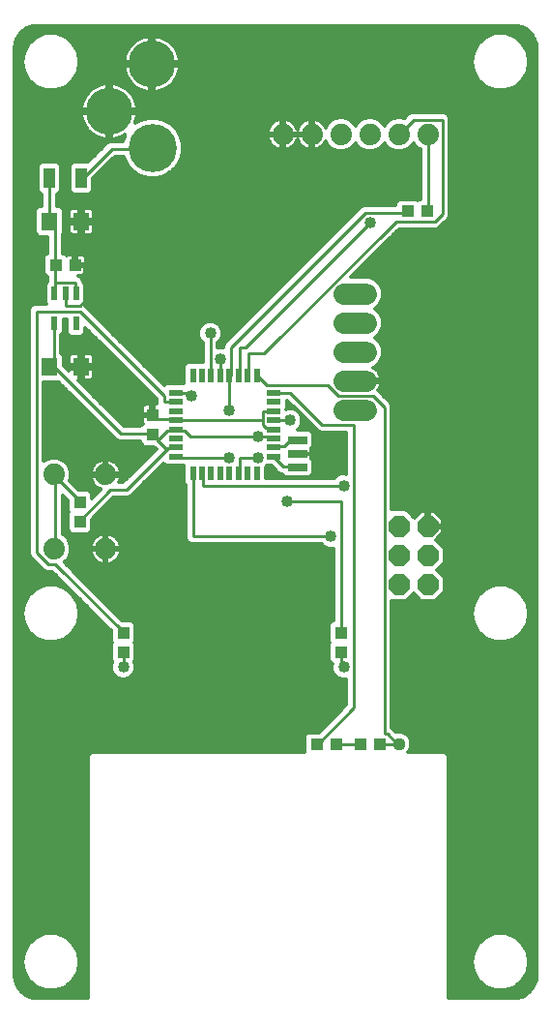
<source format=gbl>
G75*
G70*
%OFA0B0*%
%FSLAX24Y24*%
%IPPOS*%
%LPD*%
%AMOC8*
5,1,8,0,0,1.08239X$1,22.5*
%
%ADD10R,0.0394X0.0433*%
%ADD11R,0.0551X0.0630*%
%ADD12C,0.1660*%
%ADD13C,0.1620*%
%ADD14R,0.0500X0.0220*%
%ADD15R,0.0220X0.0500*%
%ADD16C,0.0740*%
%ADD17R,0.0669X0.0276*%
%ADD18OC8,0.0740*%
%ADD19R,0.0433X0.0394*%
%ADD20R,0.0394X0.0709*%
%ADD21R,0.0217X0.0472*%
%ADD22C,0.0740*%
%ADD23C,0.0100*%
%ADD24C,0.0440*%
%ADD25R,0.0434X0.0393*%
%ADD26R,0.0434X0.0394*%
%ADD27C,0.0120*%
%ADD28C,0.0400*%
D10*
X004160Y012325D03*
X004160Y012995D03*
X002660Y016825D03*
X002660Y017495D03*
X005160Y019825D03*
X005160Y020495D03*
X011660Y012995D03*
X011660Y012325D03*
D11*
X002711Y022160D03*
X001609Y022160D03*
X001609Y027160D03*
X002711Y027160D03*
D12*
X005160Y029696D03*
D13*
X003679Y030947D03*
X005150Y032579D03*
D14*
X005970Y021262D03*
X005970Y020947D03*
X005970Y020632D03*
X005970Y020317D03*
X005970Y020003D03*
X005970Y019688D03*
X005970Y019373D03*
X005970Y019058D03*
X009350Y019058D03*
X009350Y019373D03*
X009350Y019688D03*
X009350Y020003D03*
X009350Y020317D03*
X009350Y020632D03*
X009350Y020947D03*
X009350Y021262D03*
D15*
X008762Y021850D03*
X008447Y021850D03*
X008132Y021850D03*
X007817Y021850D03*
X007503Y021850D03*
X007188Y021850D03*
X006873Y021850D03*
X006558Y021850D03*
X006558Y018470D03*
X006873Y018470D03*
X007188Y018470D03*
X007503Y018470D03*
X007817Y018470D03*
X008132Y018470D03*
X008447Y018470D03*
X008762Y018470D03*
D16*
X003550Y018440D03*
X003550Y015880D03*
X001770Y015880D03*
X001770Y018440D03*
X009660Y030160D03*
X010660Y030160D03*
X011660Y030160D03*
X012660Y030160D03*
X013660Y030160D03*
X014660Y030160D03*
D17*
X010160Y019632D03*
X010160Y019160D03*
X010160Y018688D03*
D18*
X013660Y016660D03*
X013660Y015660D03*
X013660Y014660D03*
X014660Y014660D03*
X014660Y015660D03*
X014660Y016660D03*
D19*
X010825Y009160D03*
X002495Y025660D03*
X001825Y025660D03*
X013975Y027510D03*
X014645Y027510D03*
D20*
X002711Y028660D03*
X001609Y028660D03*
D21*
X001786Y024672D03*
X002160Y024672D03*
X002534Y024672D03*
X002534Y023648D03*
X001786Y023648D03*
D22*
X011790Y023660D02*
X012530Y023660D01*
X012530Y022660D02*
X011790Y022660D01*
X011790Y021660D02*
X012530Y021660D01*
X012530Y020660D02*
X011790Y020660D01*
X011790Y024660D02*
X012530Y024660D01*
D23*
X012660Y027110D02*
X008360Y022810D01*
X008160Y022810D01*
X008160Y021860D01*
X008132Y021850D01*
X008447Y021850D02*
X008460Y021860D01*
X008460Y022610D01*
X009010Y022610D01*
X013560Y027160D01*
X014910Y027160D01*
X015160Y027410D01*
X015160Y030660D01*
X014160Y030660D01*
X013660Y030160D01*
X014660Y030160D02*
X014660Y027510D01*
X014645Y027510D01*
X013975Y027510D02*
X013960Y027510D01*
X013910Y027460D01*
X012510Y027460D01*
X007860Y022810D01*
X007860Y021860D01*
X007817Y021850D01*
X007810Y021810D01*
X007810Y020660D01*
X007503Y021850D02*
X007510Y021860D01*
X007510Y022410D01*
X007188Y021850D02*
X007160Y021860D01*
X007160Y023310D01*
X006410Y021260D02*
X006010Y021260D01*
X005970Y021262D01*
X005960Y020960D02*
X005970Y020947D01*
X005960Y020960D02*
X005560Y020960D01*
X005560Y021160D01*
X002660Y024060D01*
X001160Y024060D01*
X001160Y015760D01*
X001560Y015360D01*
X001810Y015360D01*
X004160Y013010D01*
X004160Y012995D01*
X004160Y012325D02*
X004160Y011810D01*
X006560Y016310D02*
X011310Y016310D01*
X011660Y017510D02*
X009810Y017510D01*
X009660Y018710D02*
X010160Y018710D01*
X010160Y018688D01*
X010169Y019151D02*
X010160Y019160D01*
X010160Y019610D02*
X009910Y019610D01*
X009710Y019410D01*
X009360Y019410D01*
X009350Y019373D01*
X009350Y019688D02*
X009310Y019710D01*
X009260Y019760D01*
X008810Y019760D01*
X006460Y019760D01*
X006260Y019960D01*
X006010Y019960D01*
X005970Y020003D01*
X005960Y019960D01*
X005660Y019960D01*
X005335Y019635D01*
X005160Y019810D01*
X005160Y019825D01*
X005160Y019860D01*
X004060Y019860D01*
X001760Y022160D01*
X001609Y022160D01*
X001610Y022160D01*
X001760Y022160D02*
X001760Y023610D01*
X001786Y023648D01*
X002160Y024260D02*
X002660Y024260D01*
X002810Y024410D01*
X002810Y025660D01*
X002495Y025660D01*
X002510Y025060D02*
X001810Y025060D01*
X001810Y025660D01*
X001825Y025660D01*
X001810Y025660D02*
X001810Y027160D01*
X001610Y027160D01*
X001609Y027160D01*
X001610Y027160D02*
X001610Y028660D01*
X001609Y028660D01*
X002711Y028660D02*
X002760Y028660D01*
X003760Y029660D01*
X005160Y029660D01*
X005160Y029696D01*
X002510Y025060D02*
X002510Y024710D01*
X002534Y024672D01*
X002160Y024672D02*
X002160Y024260D01*
X001786Y024672D02*
X001810Y024710D01*
X001810Y025060D01*
X005160Y020495D02*
X005160Y020460D01*
X005260Y020360D01*
X005960Y020360D01*
X005970Y020317D01*
X006010Y020310D01*
X008960Y020310D01*
X008960Y020160D01*
X009060Y020060D01*
X009260Y020060D01*
X009310Y020010D01*
X009350Y020003D01*
X009360Y020310D02*
X009350Y020317D01*
X009360Y020310D02*
X009910Y020310D01*
X010160Y019632D02*
X010160Y019610D01*
X009360Y019010D02*
X009660Y018710D01*
X009360Y019010D02*
X009350Y019058D01*
X008810Y019010D02*
X008160Y019010D01*
X008160Y018510D01*
X008132Y018470D01*
X007810Y019010D02*
X006010Y019010D01*
X005970Y019058D01*
X005960Y019360D02*
X005710Y019360D01*
X005685Y019335D01*
X005660Y019360D01*
X005610Y019360D01*
X005335Y019635D01*
X005685Y019335D02*
X004260Y017910D01*
X003710Y017910D01*
X002660Y016860D01*
X002660Y016825D01*
X002660Y017495D02*
X002660Y017510D01*
X001760Y018410D01*
X001770Y018440D01*
X001810Y018310D01*
X001810Y015910D01*
X001770Y015880D01*
X005960Y019360D02*
X005970Y019373D01*
X006558Y018470D02*
X006560Y018460D01*
X006560Y016310D01*
X006910Y018060D02*
X011760Y018060D01*
X011660Y017510D02*
X011660Y012995D01*
X011660Y012325D02*
X011660Y011810D01*
X011760Y011810D01*
X012110Y010410D02*
X012110Y020160D01*
X011010Y020160D01*
X009910Y021260D01*
X009360Y021260D01*
X009350Y021262D01*
X009110Y021510D02*
X011210Y021510D01*
X011560Y021160D01*
X012760Y021160D01*
X013160Y020760D01*
X013160Y009510D01*
X013260Y009510D01*
X013610Y009160D01*
X013660Y009160D01*
X013160Y009160D01*
X012310Y009160D02*
X011510Y009160D01*
X010860Y009160D02*
X012110Y010410D01*
X010860Y009160D02*
X010825Y009160D01*
X006910Y018060D02*
X006910Y018460D01*
X006873Y018470D01*
X006510Y021160D02*
X006410Y021260D01*
X008762Y021850D02*
X008810Y021810D01*
X009110Y021510D01*
X009350Y020632D02*
X009310Y020610D01*
X008960Y020610D01*
X008960Y020310D01*
D24*
X013660Y009160D03*
D25*
X011495Y009160D03*
D26*
X012325Y009160D03*
X012995Y009160D03*
D27*
X000637Y000637D02*
X000501Y000824D01*
X000429Y001044D01*
X000420Y001160D01*
X000420Y033160D01*
X000429Y033276D01*
X000501Y033496D01*
X000637Y033683D01*
X000824Y033819D01*
X001044Y033891D01*
X001160Y033900D01*
X017660Y033900D01*
X017776Y033891D01*
X017996Y033819D01*
X018183Y033683D01*
X018319Y033496D01*
X018391Y033276D01*
X018400Y033160D01*
X018400Y001160D01*
X018391Y001044D01*
X018319Y000824D01*
X018183Y000637D01*
X017996Y000501D01*
X017776Y000429D01*
X017660Y000420D01*
X015370Y000420D01*
X015370Y008747D01*
X015247Y008870D01*
X013978Y008870D01*
X014025Y008916D01*
X014090Y009074D01*
X014090Y009246D01*
X014025Y009404D01*
X013904Y009525D01*
X013746Y009590D01*
X013574Y009590D01*
X013556Y009582D01*
X013420Y009718D01*
X013420Y014080D01*
X013900Y014080D01*
X014160Y014340D01*
X014420Y014080D01*
X014900Y014080D01*
X015240Y014420D01*
X015240Y014900D01*
X014980Y015160D01*
X015240Y015420D01*
X015240Y015900D01*
X014945Y016195D01*
X015190Y016440D01*
X015190Y016620D01*
X014700Y016620D01*
X014700Y016700D01*
X014620Y016700D01*
X014620Y017190D01*
X014440Y017190D01*
X014195Y016945D01*
X013900Y017240D01*
X013420Y017240D01*
X013420Y020812D01*
X013380Y020907D01*
X013307Y020980D01*
X012951Y021337D01*
X012983Y021382D01*
X013021Y021457D01*
X013047Y021536D01*
X013059Y021610D01*
X012210Y021610D01*
X012210Y021710D01*
X013059Y021710D01*
X013047Y021784D01*
X013021Y021863D01*
X012983Y021938D01*
X012934Y022005D01*
X012875Y022064D01*
X012808Y022113D01*
X012771Y022132D01*
X012859Y022168D01*
X013022Y022331D01*
X013110Y022545D01*
X013110Y022775D01*
X013022Y022989D01*
X012859Y023152D01*
X012839Y023160D01*
X012859Y023168D01*
X013022Y023331D01*
X013110Y023545D01*
X013110Y023775D01*
X013022Y023989D01*
X012859Y024152D01*
X012839Y024160D01*
X012859Y024168D01*
X013022Y024331D01*
X013110Y024545D01*
X013110Y024775D01*
X013022Y024989D01*
X012859Y025152D01*
X012645Y025240D01*
X012008Y025240D01*
X013668Y026900D01*
X014962Y026900D01*
X015057Y026940D01*
X015307Y027190D01*
X015380Y027263D01*
X015420Y027358D01*
X015420Y030712D01*
X015380Y030807D01*
X015307Y030880D01*
X015212Y030920D01*
X014108Y030920D01*
X014013Y030880D01*
X013844Y030712D01*
X013775Y030740D01*
X013545Y030740D01*
X013331Y030652D01*
X013168Y030489D01*
X013160Y030469D01*
X013152Y030489D01*
X012989Y030652D01*
X012775Y030740D01*
X012545Y030740D01*
X012331Y030652D01*
X012168Y030489D01*
X012160Y030469D01*
X012152Y030489D01*
X011989Y030652D01*
X011775Y030740D01*
X011545Y030740D01*
X011331Y030652D01*
X011168Y030489D01*
X011132Y030401D01*
X011113Y030438D01*
X011064Y030505D01*
X011005Y030564D01*
X010938Y030613D01*
X010863Y030651D01*
X010784Y030677D01*
X010702Y030690D01*
X010700Y030690D01*
X010700Y030200D01*
X010620Y030200D01*
X010620Y030690D01*
X010618Y030690D01*
X010536Y030677D01*
X010457Y030651D01*
X010382Y030613D01*
X010315Y030564D01*
X010256Y030505D01*
X010207Y030438D01*
X010169Y030363D01*
X010160Y030336D01*
X010151Y030363D01*
X010113Y030438D01*
X010064Y030505D01*
X010005Y030564D01*
X009938Y030613D01*
X009863Y030651D01*
X009784Y030677D01*
X009702Y030690D01*
X009700Y030690D01*
X009700Y030200D01*
X010130Y030200D01*
X010620Y030200D01*
X010620Y030120D01*
X009700Y030120D01*
X009700Y030200D01*
X009620Y030200D01*
X009620Y030690D01*
X009618Y030690D01*
X009536Y030677D01*
X009457Y030651D01*
X009382Y030613D01*
X009315Y030564D01*
X009256Y030505D01*
X009207Y030438D01*
X009169Y030363D01*
X009143Y030284D01*
X009130Y030202D01*
X009130Y030200D01*
X009620Y030200D01*
X009620Y030120D01*
X009700Y030120D01*
X009700Y029630D01*
X009702Y029630D01*
X009784Y029643D01*
X009863Y029669D01*
X009938Y029707D01*
X010005Y029756D01*
X010064Y029815D01*
X010113Y029882D01*
X010151Y029957D01*
X010160Y029984D01*
X010169Y029957D01*
X010207Y029882D01*
X010256Y029815D01*
X010315Y029756D01*
X010382Y029707D01*
X010457Y029669D01*
X010536Y029643D01*
X010618Y029630D01*
X010620Y029630D01*
X010620Y030120D01*
X010700Y030120D01*
X010700Y029630D01*
X010702Y029630D01*
X010784Y029643D01*
X010863Y029669D01*
X010938Y029707D01*
X011005Y029756D01*
X011064Y029815D01*
X011113Y029882D01*
X011132Y029919D01*
X011168Y029831D01*
X011331Y029668D01*
X011545Y029580D01*
X011775Y029580D01*
X011989Y029668D01*
X012152Y029831D01*
X012160Y029851D01*
X012168Y029831D01*
X012331Y029668D01*
X012545Y029580D01*
X012775Y029580D01*
X012989Y029668D01*
X013152Y029831D01*
X013160Y029851D01*
X013168Y029831D01*
X013331Y029668D01*
X013545Y029580D01*
X013775Y029580D01*
X013989Y029668D01*
X014152Y029831D01*
X014160Y029851D01*
X014168Y029831D01*
X014331Y029668D01*
X014400Y029640D01*
X014400Y027917D01*
X014341Y027917D01*
X014310Y027886D01*
X014279Y027917D01*
X013672Y027917D01*
X013549Y027794D01*
X013549Y027720D01*
X012458Y027720D01*
X012363Y027680D01*
X007713Y023030D01*
X007640Y022957D01*
X007600Y022862D01*
X007600Y022816D01*
X007592Y022820D01*
X007428Y022820D01*
X007420Y022816D01*
X007420Y022990D01*
X007508Y023078D01*
X007570Y023228D01*
X007570Y023392D01*
X007508Y023542D01*
X007392Y023658D01*
X007242Y023720D01*
X007078Y023720D01*
X006928Y023658D01*
X006812Y023542D01*
X006750Y023392D01*
X006750Y023228D01*
X006812Y023078D01*
X006900Y022990D01*
X006900Y022310D01*
X006361Y022310D01*
X006238Y022187D01*
X006238Y021582D01*
X005633Y021582D01*
X005569Y021519D01*
X002807Y024280D01*
X002791Y024287D01*
X002852Y024349D01*
X002852Y024995D01*
X002770Y025077D01*
X002770Y025112D01*
X002730Y025207D01*
X002657Y025280D01*
X002602Y025303D01*
X002732Y025303D01*
X002773Y025314D01*
X002809Y025335D01*
X002839Y025365D01*
X002860Y025401D01*
X002871Y025442D01*
X002871Y025622D01*
X002533Y025622D01*
X002533Y025698D01*
X002871Y025698D01*
X002871Y025878D01*
X002860Y025919D01*
X002839Y025955D01*
X002809Y025985D01*
X002773Y026006D01*
X002732Y026017D01*
X002533Y026017D01*
X002533Y025698D01*
X002456Y025698D01*
X002456Y026017D01*
X002257Y026017D01*
X002216Y026006D01*
X002200Y025996D01*
X002129Y026067D01*
X002070Y026067D01*
X002070Y026734D01*
X002094Y026758D01*
X002094Y027562D01*
X001971Y027685D01*
X001870Y027685D01*
X001870Y028096D01*
X001893Y028096D01*
X002016Y028219D01*
X002016Y029101D01*
X001893Y029224D01*
X001325Y029224D01*
X001202Y029101D01*
X001202Y028219D01*
X001325Y028096D01*
X001350Y028096D01*
X001350Y027685D01*
X001246Y027685D01*
X001123Y027562D01*
X001123Y026758D01*
X001246Y026635D01*
X001550Y026635D01*
X001550Y026067D01*
X001522Y026067D01*
X001399Y025944D01*
X001399Y025376D01*
X001522Y025253D01*
X001550Y025253D01*
X001550Y025077D01*
X001468Y024995D01*
X001468Y024349D01*
X001496Y024320D01*
X001108Y024320D01*
X001013Y024280D01*
X000940Y024207D01*
X000900Y024112D01*
X000900Y015708D01*
X000940Y015613D01*
X001013Y015540D01*
X001413Y015140D01*
X001508Y015100D01*
X001702Y015100D01*
X003753Y013049D01*
X003753Y012691D01*
X003784Y012660D01*
X003753Y012629D01*
X003753Y012022D01*
X003789Y011986D01*
X003750Y011892D01*
X003750Y011728D01*
X003812Y011578D01*
X003928Y011462D01*
X004078Y011400D01*
X004242Y011400D01*
X004392Y011462D01*
X004508Y011578D01*
X004570Y011728D01*
X004570Y011892D01*
X004531Y011986D01*
X004567Y012022D01*
X004567Y012629D01*
X004536Y012660D01*
X004567Y012691D01*
X004567Y013298D01*
X004444Y013421D01*
X004117Y013421D01*
X002124Y015414D01*
X002262Y015551D01*
X002350Y015765D01*
X002350Y015995D01*
X002262Y016209D01*
X002099Y016372D01*
X002070Y016384D01*
X002070Y017732D01*
X002253Y017549D01*
X002253Y017191D01*
X002284Y017160D01*
X002253Y017129D01*
X002253Y016522D01*
X002376Y016399D01*
X002944Y016399D01*
X003067Y016522D01*
X003067Y016899D01*
X003818Y017650D01*
X004312Y017650D01*
X004407Y017690D01*
X005544Y018826D01*
X005633Y018738D01*
X006238Y018738D01*
X006238Y018133D01*
X006300Y018071D01*
X006300Y016258D01*
X006340Y016163D01*
X006413Y016090D01*
X006508Y016050D01*
X010990Y016050D01*
X011078Y015962D01*
X011228Y015900D01*
X011392Y015900D01*
X011400Y015903D01*
X011400Y013421D01*
X011376Y013421D01*
X011253Y013298D01*
X011253Y012691D01*
X011284Y012660D01*
X011253Y012629D01*
X011253Y012022D01*
X011360Y011915D01*
X011350Y011892D01*
X011350Y011728D01*
X011412Y011578D01*
X011528Y011462D01*
X011678Y011400D01*
X011842Y011400D01*
X011850Y011403D01*
X011850Y010518D01*
X010899Y009567D01*
X010522Y009567D01*
X010399Y009444D01*
X010399Y008876D01*
X010405Y008870D01*
X003073Y008870D01*
X002950Y008747D01*
X002950Y000420D01*
X001160Y000420D01*
X001044Y000429D01*
X000824Y000501D01*
X000637Y000637D01*
X000641Y000634D02*
X002950Y000634D01*
X002950Y000516D02*
X000804Y000516D01*
X001076Y000871D02*
X000485Y000871D01*
X000447Y000990D02*
X000934Y000990D01*
X000898Y001020D02*
X001162Y000798D01*
X001487Y000680D01*
X001610Y000680D01*
X001833Y000680D01*
X002158Y000798D01*
X002422Y001020D01*
X002422Y001020D01*
X002422Y001020D01*
X002595Y001320D01*
X002655Y001660D01*
X002595Y002000D01*
X002595Y002000D01*
X002422Y002300D01*
X002158Y002522D01*
X002158Y002522D01*
X001833Y002640D01*
X001487Y002640D01*
X001162Y002522D01*
X000898Y002300D01*
X000898Y002300D01*
X000725Y002000D01*
X000665Y001660D01*
X000725Y001320D01*
X000725Y001320D01*
X000898Y001020D01*
X000898Y001020D01*
X000847Y001108D02*
X000424Y001108D01*
X000420Y001227D02*
X000779Y001227D01*
X000720Y001345D02*
X000420Y001345D01*
X000420Y001464D02*
X000700Y001464D01*
X000679Y001582D02*
X000420Y001582D01*
X000420Y001701D02*
X000672Y001701D01*
X000665Y001660D02*
X000665Y001660D01*
X000693Y001819D02*
X000420Y001819D01*
X000420Y001938D02*
X000714Y001938D01*
X000725Y002000D02*
X000725Y002000D01*
X000757Y002056D02*
X000420Y002056D01*
X000420Y002175D02*
X000825Y002175D01*
X000894Y002293D02*
X000420Y002293D01*
X000420Y002412D02*
X001031Y002412D01*
X001162Y002522D02*
X001162Y002522D01*
X001185Y002530D02*
X000420Y002530D01*
X000420Y002649D02*
X002950Y002649D01*
X002950Y002767D02*
X000420Y002767D01*
X000420Y002886D02*
X002950Y002886D01*
X002950Y003004D02*
X000420Y003004D01*
X000420Y003123D02*
X002950Y003123D01*
X002950Y003241D02*
X000420Y003241D01*
X000420Y003360D02*
X002950Y003360D01*
X002950Y003478D02*
X000420Y003478D01*
X000420Y003597D02*
X002950Y003597D01*
X002950Y003715D02*
X000420Y003715D01*
X000420Y003834D02*
X002950Y003834D01*
X002950Y003952D02*
X000420Y003952D01*
X000420Y004071D02*
X002950Y004071D01*
X002950Y004189D02*
X000420Y004189D01*
X000420Y004308D02*
X002950Y004308D01*
X002950Y004426D02*
X000420Y004426D01*
X000420Y004545D02*
X002950Y004545D01*
X002950Y004663D02*
X000420Y004663D01*
X000420Y004782D02*
X002950Y004782D01*
X002950Y004900D02*
X000420Y004900D01*
X000420Y005019D02*
X002950Y005019D01*
X002950Y005137D02*
X000420Y005137D01*
X000420Y005256D02*
X002950Y005256D01*
X002950Y005374D02*
X000420Y005374D01*
X000420Y005493D02*
X002950Y005493D01*
X002950Y005611D02*
X000420Y005611D01*
X000420Y005730D02*
X002950Y005730D01*
X002950Y005848D02*
X000420Y005848D01*
X000420Y005967D02*
X002950Y005967D01*
X002950Y006085D02*
X000420Y006085D01*
X000420Y006204D02*
X002950Y006204D01*
X002950Y006322D02*
X000420Y006322D01*
X000420Y006441D02*
X002950Y006441D01*
X002950Y006559D02*
X000420Y006559D01*
X000420Y006678D02*
X002950Y006678D01*
X002950Y006796D02*
X000420Y006796D01*
X000420Y006915D02*
X002950Y006915D01*
X002950Y007033D02*
X000420Y007033D01*
X000420Y007152D02*
X002950Y007152D01*
X002950Y007270D02*
X000420Y007270D01*
X000420Y007389D02*
X002950Y007389D01*
X002950Y007507D02*
X000420Y007507D01*
X000420Y007626D02*
X002950Y007626D01*
X002950Y007744D02*
X000420Y007744D01*
X000420Y007863D02*
X002950Y007863D01*
X002950Y007981D02*
X000420Y007981D01*
X000420Y008100D02*
X002950Y008100D01*
X002950Y008218D02*
X000420Y008218D01*
X000420Y008337D02*
X002950Y008337D01*
X002950Y008455D02*
X000420Y008455D01*
X000420Y008574D02*
X002950Y008574D01*
X002950Y008692D02*
X000420Y008692D01*
X000420Y008811D02*
X003014Y008811D01*
X004036Y011418D02*
X000420Y011418D01*
X000420Y011536D02*
X003854Y011536D01*
X003781Y011655D02*
X000420Y011655D01*
X000420Y011773D02*
X003750Y011773D01*
X003750Y011892D02*
X000420Y011892D01*
X000420Y012010D02*
X003765Y012010D01*
X003753Y012129D02*
X000420Y012129D01*
X000420Y012247D02*
X003753Y012247D01*
X003753Y012366D02*
X000420Y012366D01*
X000420Y012484D02*
X003753Y012484D01*
X003753Y012603D02*
X000420Y012603D01*
X000420Y012721D02*
X001374Y012721D01*
X001487Y012680D02*
X001610Y012680D01*
X001833Y012680D01*
X002158Y012798D01*
X002422Y013020D01*
X002422Y013020D01*
X002422Y013020D01*
X002595Y013320D01*
X002655Y013660D01*
X002595Y014000D01*
X002422Y014300D01*
X002158Y014522D01*
X001833Y014640D01*
X001487Y014640D01*
X001162Y014522D01*
X000898Y014300D01*
X000898Y014300D01*
X000725Y014000D01*
X000665Y013660D01*
X000725Y013320D01*
X000725Y013320D01*
X000898Y013020D01*
X001162Y012798D01*
X001162Y012798D01*
X001487Y012680D01*
X001113Y012840D02*
X000420Y012840D01*
X000420Y012958D02*
X000972Y012958D01*
X000898Y013020D02*
X000898Y013020D01*
X000865Y013077D02*
X000420Y013077D01*
X000420Y013195D02*
X000797Y013195D01*
X000728Y013314D02*
X000420Y013314D01*
X000420Y013432D02*
X000705Y013432D01*
X000684Y013551D02*
X000420Y013551D01*
X000420Y013669D02*
X000666Y013669D01*
X000665Y013660D02*
X000665Y013660D01*
X000687Y013788D02*
X000420Y013788D01*
X000420Y013906D02*
X000708Y013906D01*
X000725Y014000D02*
X000725Y014000D01*
X000739Y014025D02*
X000420Y014025D01*
X000420Y014143D02*
X000807Y014143D01*
X000876Y014262D02*
X000420Y014262D01*
X000420Y014380D02*
X000993Y014380D01*
X000898Y014300D02*
X000898Y014300D01*
X001135Y014499D02*
X000420Y014499D01*
X000420Y014617D02*
X001424Y014617D01*
X001162Y014522D02*
X001162Y014522D01*
X001343Y015210D02*
X000420Y015210D01*
X000420Y015328D02*
X001224Y015328D01*
X001106Y015447D02*
X000420Y015447D01*
X000420Y015565D02*
X000987Y015565D01*
X001013Y015540D02*
X001013Y015540D01*
X000910Y015684D02*
X000420Y015684D01*
X000420Y015802D02*
X000900Y015802D01*
X000900Y015921D02*
X000420Y015921D01*
X000420Y016039D02*
X000900Y016039D01*
X000900Y016158D02*
X000420Y016158D01*
X000420Y016276D02*
X000900Y016276D01*
X000900Y016395D02*
X000420Y016395D01*
X000420Y016513D02*
X000900Y016513D01*
X000900Y016632D02*
X000420Y016632D01*
X000420Y016750D02*
X000900Y016750D01*
X000900Y016869D02*
X000420Y016869D01*
X000420Y016987D02*
X000900Y016987D01*
X000900Y017106D02*
X000420Y017106D01*
X000420Y017224D02*
X000900Y017224D01*
X000900Y017343D02*
X000420Y017343D01*
X000420Y017461D02*
X000900Y017461D01*
X000900Y017580D02*
X000420Y017580D01*
X000420Y017698D02*
X000900Y017698D01*
X000900Y017817D02*
X000420Y017817D01*
X000420Y017935D02*
X000900Y017935D01*
X000900Y018054D02*
X000420Y018054D01*
X000420Y018172D02*
X000900Y018172D01*
X000900Y018291D02*
X000420Y018291D01*
X000420Y018409D02*
X000900Y018409D01*
X000900Y018528D02*
X000420Y018528D01*
X000420Y018646D02*
X000900Y018646D01*
X000900Y018765D02*
X000420Y018765D01*
X000420Y018883D02*
X000900Y018883D01*
X000900Y019002D02*
X000420Y019002D01*
X000420Y019120D02*
X000900Y019120D01*
X000900Y019239D02*
X000420Y019239D01*
X000420Y019357D02*
X000900Y019357D01*
X000900Y019476D02*
X000420Y019476D01*
X000420Y019594D02*
X000900Y019594D01*
X000900Y019713D02*
X000420Y019713D01*
X000420Y019831D02*
X000900Y019831D01*
X000900Y019950D02*
X000420Y019950D01*
X000420Y020068D02*
X000900Y020068D01*
X000900Y020187D02*
X000420Y020187D01*
X000420Y020305D02*
X000900Y020305D01*
X000900Y020424D02*
X000420Y020424D01*
X000420Y020542D02*
X000900Y020542D01*
X000900Y020661D02*
X000420Y020661D01*
X000420Y020779D02*
X000900Y020779D01*
X000900Y020898D02*
X000420Y020898D01*
X000420Y021016D02*
X000900Y021016D01*
X000900Y021135D02*
X000420Y021135D01*
X000420Y021253D02*
X000900Y021253D01*
X000900Y021372D02*
X000420Y021372D01*
X000420Y021490D02*
X000900Y021490D01*
X000900Y021609D02*
X000420Y021609D01*
X000420Y021727D02*
X000900Y021727D01*
X000900Y021846D02*
X000420Y021846D01*
X000420Y021964D02*
X000900Y021964D01*
X000900Y022083D02*
X000420Y022083D01*
X000420Y022201D02*
X000900Y022201D01*
X000900Y022320D02*
X000420Y022320D01*
X000420Y022438D02*
X000900Y022438D01*
X000900Y022557D02*
X000420Y022557D01*
X000420Y022675D02*
X000900Y022675D01*
X000900Y022794D02*
X000420Y022794D01*
X000420Y022912D02*
X000900Y022912D01*
X000900Y023031D02*
X000420Y023031D01*
X000420Y023149D02*
X000900Y023149D01*
X000900Y023268D02*
X000420Y023268D01*
X000420Y023386D02*
X000900Y023386D01*
X000900Y023505D02*
X000420Y023505D01*
X000420Y023623D02*
X000900Y023623D01*
X000900Y023742D02*
X000420Y023742D01*
X000420Y023860D02*
X000900Y023860D01*
X000900Y023979D02*
X000420Y023979D01*
X000420Y024097D02*
X000900Y024097D01*
X000948Y024216D02*
X000420Y024216D01*
X000420Y024334D02*
X001482Y024334D01*
X001468Y024453D02*
X000420Y024453D01*
X000420Y024571D02*
X001468Y024571D01*
X001468Y024690D02*
X000420Y024690D01*
X000420Y024808D02*
X001468Y024808D01*
X001468Y024927D02*
X000420Y024927D01*
X000420Y025045D02*
X001518Y025045D01*
X001550Y025164D02*
X000420Y025164D01*
X000420Y025282D02*
X001493Y025282D01*
X001399Y025401D02*
X000420Y025401D01*
X000420Y025519D02*
X001399Y025519D01*
X001399Y025638D02*
X000420Y025638D01*
X000420Y025756D02*
X001399Y025756D01*
X001399Y025875D02*
X000420Y025875D01*
X000420Y025993D02*
X001448Y025993D01*
X001550Y026112D02*
X000420Y026112D01*
X000420Y026230D02*
X001550Y026230D01*
X001550Y026349D02*
X000420Y026349D01*
X000420Y026467D02*
X001550Y026467D01*
X001550Y026586D02*
X000420Y026586D01*
X000420Y026704D02*
X001177Y026704D01*
X001123Y026823D02*
X000420Y026823D01*
X000420Y026941D02*
X001123Y026941D01*
X001123Y027060D02*
X000420Y027060D01*
X000420Y027178D02*
X001123Y027178D01*
X001123Y027297D02*
X000420Y027297D01*
X000420Y027415D02*
X001123Y027415D01*
X001123Y027534D02*
X000420Y027534D01*
X000420Y027652D02*
X001213Y027652D01*
X001350Y027771D02*
X000420Y027771D01*
X000420Y027889D02*
X001350Y027889D01*
X001350Y028008D02*
X000420Y028008D01*
X000420Y028126D02*
X001295Y028126D01*
X001202Y028245D02*
X000420Y028245D01*
X000420Y028363D02*
X001202Y028363D01*
X001202Y028482D02*
X000420Y028482D01*
X000420Y028600D02*
X001202Y028600D01*
X001202Y028719D02*
X000420Y028719D01*
X000420Y028837D02*
X001202Y028837D01*
X001202Y028956D02*
X000420Y028956D01*
X000420Y029074D02*
X001202Y029074D01*
X001293Y029193D02*
X000420Y029193D01*
X000420Y029311D02*
X003043Y029311D01*
X002957Y029224D02*
X002427Y029224D01*
X002304Y029101D01*
X002304Y028219D01*
X002427Y028096D01*
X002995Y028096D01*
X003118Y028219D01*
X003118Y028650D01*
X003868Y029400D01*
X004163Y029400D01*
X004191Y029295D01*
X004328Y029058D01*
X004521Y028864D01*
X004759Y028727D01*
X005023Y028656D01*
X005297Y028656D01*
X005561Y028727D01*
X005799Y028864D01*
X005992Y029058D01*
X006129Y029295D01*
X006200Y029559D01*
X006200Y029833D01*
X006129Y030098D01*
X005992Y030335D01*
X005799Y030528D01*
X005561Y030665D01*
X005297Y030736D01*
X005023Y030736D01*
X004759Y030665D01*
X004566Y030554D01*
X004577Y030576D01*
X004613Y030678D01*
X004637Y030785D01*
X004648Y030887D01*
X003739Y030887D01*
X003739Y029978D01*
X003842Y029990D01*
X003948Y030014D01*
X004051Y030050D01*
X004149Y030097D01*
X004214Y030138D01*
X004191Y030098D01*
X004143Y029920D01*
X003708Y029920D01*
X003613Y029880D01*
X003540Y029807D01*
X002957Y029224D01*
X003162Y029430D02*
X000420Y029430D01*
X000420Y029548D02*
X003280Y029548D01*
X003399Y029667D02*
X000420Y029667D01*
X000420Y029785D02*
X003517Y029785D01*
X003669Y029904D02*
X000420Y029904D01*
X000420Y030022D02*
X003387Y030022D01*
X003410Y030014D02*
X003307Y030050D01*
X003209Y030097D01*
X003117Y030155D01*
X003032Y030223D01*
X002955Y030300D01*
X002887Y030385D01*
X002829Y030477D01*
X002781Y030576D01*
X002745Y030678D01*
X002721Y030785D01*
X002710Y030887D01*
X003619Y030887D01*
X003739Y030887D01*
X003739Y031007D01*
X004648Y031007D01*
X004637Y031110D01*
X004613Y031216D01*
X004577Y031319D01*
X004529Y031417D01*
X004471Y031510D01*
X004403Y031595D01*
X004326Y031672D01*
X004241Y031740D01*
X004149Y031798D01*
X004051Y031845D01*
X003948Y031881D01*
X003842Y031905D01*
X003739Y031917D01*
X003739Y031007D01*
X003619Y031007D01*
X003619Y030887D01*
X003619Y029978D01*
X003516Y029990D01*
X003410Y030014D01*
X003619Y030022D02*
X003739Y030022D01*
X003739Y030141D02*
X003619Y030141D01*
X003619Y030259D02*
X003739Y030259D01*
X003739Y030378D02*
X003619Y030378D01*
X003619Y030496D02*
X003739Y030496D01*
X003739Y030615D02*
X003619Y030615D01*
X003619Y030733D02*
X003739Y030733D01*
X003739Y030852D02*
X003619Y030852D01*
X003619Y030970D02*
X000420Y030970D01*
X000420Y030852D02*
X002714Y030852D01*
X002733Y030733D02*
X000420Y030733D01*
X000420Y030615D02*
X002768Y030615D01*
X002820Y030496D02*
X000420Y030496D01*
X000420Y030378D02*
X002893Y030378D01*
X002996Y030259D02*
X000420Y030259D01*
X000420Y030141D02*
X003140Y030141D01*
X002710Y031007D02*
X003619Y031007D01*
X003619Y031917D01*
X003516Y031905D01*
X003410Y031881D01*
X003307Y031845D01*
X003209Y031798D01*
X003117Y031740D01*
X003032Y031672D01*
X002955Y031595D01*
X002887Y031510D01*
X002829Y031417D01*
X002781Y031319D01*
X002745Y031216D01*
X002721Y031110D01*
X002710Y031007D01*
X002719Y031089D02*
X000420Y031089D01*
X000420Y031207D02*
X002743Y031207D01*
X002785Y031326D02*
X000420Y031326D01*
X000420Y031444D02*
X002846Y031444D01*
X002929Y031563D02*
X000420Y031563D01*
X000420Y031681D02*
X001484Y031681D01*
X001487Y031680D02*
X001710Y031680D01*
X001833Y031680D01*
X002158Y031798D01*
X002422Y032020D01*
X002422Y032020D01*
X002422Y032020D01*
X002595Y032320D01*
X002655Y032660D01*
X002595Y033000D01*
X002595Y033000D01*
X002422Y033300D01*
X002158Y033522D01*
X002158Y033522D01*
X001833Y033640D01*
X001487Y033640D01*
X001162Y033522D01*
X000898Y033300D01*
X000898Y033300D01*
X000725Y033000D01*
X000665Y032660D01*
X000725Y032320D01*
X000725Y032320D01*
X000898Y032020D01*
X001162Y031798D01*
X001162Y031798D01*
X001487Y031680D01*
X001161Y031800D02*
X000420Y031800D01*
X000420Y031918D02*
X001020Y031918D01*
X000898Y032020D02*
X000898Y032020D01*
X000888Y032037D02*
X000420Y032037D01*
X000420Y032155D02*
X000820Y032155D01*
X000752Y032274D02*
X000420Y032274D01*
X000420Y032392D02*
X000712Y032392D01*
X000691Y032511D02*
X000420Y032511D01*
X000420Y032629D02*
X000670Y032629D01*
X000665Y032660D02*
X000665Y032660D01*
X000680Y032748D02*
X000420Y032748D01*
X000420Y032866D02*
X000701Y032866D01*
X000722Y032985D02*
X000420Y032985D01*
X000420Y033103D02*
X000784Y033103D01*
X000725Y033000D02*
X000725Y033000D01*
X000853Y033222D02*
X000425Y033222D01*
X000450Y033340D02*
X000946Y033340D01*
X000898Y033300D02*
X000898Y033300D01*
X001087Y033459D02*
X000489Y033459D01*
X000560Y033577D02*
X001314Y033577D01*
X001162Y033522D02*
X001162Y033522D01*
X000817Y033814D02*
X018003Y033814D01*
X018166Y033696D02*
X000654Y033696D01*
X001833Y031680D02*
X001833Y031680D01*
X001836Y031681D02*
X003043Y031681D01*
X003213Y031800D02*
X002159Y031800D01*
X002158Y031798D02*
X002158Y031798D01*
X002300Y031918D02*
X004439Y031918D01*
X004426Y031931D02*
X004503Y031854D01*
X004588Y031786D01*
X004680Y031728D01*
X004778Y031681D01*
X004315Y031681D01*
X004429Y031563D02*
X018400Y031563D01*
X018400Y031681D02*
X017336Y031681D01*
X017333Y031680D02*
X017658Y031798D01*
X017922Y032020D01*
X017922Y032020D01*
X017922Y032020D01*
X018095Y032320D01*
X018155Y032660D01*
X018095Y033000D01*
X018095Y033000D01*
X017922Y033300D01*
X017658Y033522D01*
X017658Y033522D01*
X017333Y033640D01*
X016987Y033640D01*
X016662Y033522D01*
X016398Y033300D01*
X016398Y033300D01*
X016225Y033000D01*
X016165Y032660D01*
X016225Y032320D01*
X016225Y032320D01*
X016398Y032020D01*
X016662Y031798D01*
X016662Y031798D01*
X016987Y031680D01*
X017210Y031680D01*
X017333Y031680D01*
X017333Y031680D01*
X017658Y031798D02*
X017658Y031798D01*
X017659Y031800D02*
X018400Y031800D01*
X018400Y031918D02*
X017800Y031918D01*
X017932Y032037D02*
X018400Y032037D01*
X018400Y032155D02*
X018000Y032155D01*
X018068Y032274D02*
X018400Y032274D01*
X018400Y032392D02*
X018108Y032392D01*
X018095Y032320D02*
X018095Y032320D01*
X018129Y032511D02*
X018400Y032511D01*
X018400Y032629D02*
X018150Y032629D01*
X018155Y032660D02*
X018155Y032660D01*
X018140Y032748D02*
X018400Y032748D01*
X018400Y032866D02*
X018119Y032866D01*
X018098Y032985D02*
X018400Y032985D01*
X018400Y033103D02*
X018036Y033103D01*
X017967Y033222D02*
X018395Y033222D01*
X018370Y033340D02*
X017874Y033340D01*
X017922Y033300D02*
X017922Y033300D01*
X017733Y033459D02*
X018331Y033459D01*
X018260Y033577D02*
X017506Y033577D01*
X016814Y033577D02*
X002006Y033577D01*
X002233Y033459D02*
X004742Y033459D01*
X004778Y033476D02*
X004680Y033429D01*
X004588Y033371D01*
X004503Y033303D01*
X004426Y033226D01*
X004358Y033141D01*
X004300Y033048D01*
X004252Y032950D01*
X004216Y032847D01*
X004192Y032741D01*
X004181Y032639D01*
X005090Y032639D01*
X005090Y033548D01*
X004987Y033536D01*
X004881Y033512D01*
X004778Y033476D01*
X004549Y033340D02*
X002374Y033340D01*
X002422Y033300D02*
X002422Y033300D01*
X002467Y033222D02*
X004422Y033222D01*
X004334Y033103D02*
X002536Y033103D01*
X002598Y032985D02*
X004269Y032985D01*
X004223Y032866D02*
X002619Y032866D01*
X002640Y032748D02*
X004194Y032748D01*
X004181Y032519D02*
X004192Y032416D01*
X004216Y032310D01*
X004252Y032207D01*
X004300Y032109D01*
X004358Y032016D01*
X004426Y031931D01*
X004345Y032037D02*
X002432Y032037D01*
X002500Y032155D02*
X004277Y032155D01*
X004229Y032274D02*
X002568Y032274D01*
X002595Y032320D02*
X002595Y032320D01*
X002608Y032392D02*
X004198Y032392D01*
X004182Y032511D02*
X002629Y032511D01*
X002650Y032629D02*
X005090Y032629D01*
X005090Y032639D02*
X005090Y032519D01*
X004181Y032519D01*
X004145Y031800D02*
X004571Y031800D01*
X004778Y031681D02*
X004881Y031645D01*
X004987Y031621D01*
X005090Y031609D01*
X005090Y032518D01*
X005210Y032518D01*
X005210Y031609D01*
X005313Y031621D01*
X005419Y031645D01*
X005522Y031681D01*
X016984Y031681D01*
X016661Y031800D02*
X005729Y031800D01*
X005712Y031786D02*
X005797Y031854D01*
X005874Y031931D01*
X005942Y032016D01*
X006000Y032109D01*
X006048Y032207D01*
X006084Y032310D01*
X006108Y032416D01*
X006119Y032519D01*
X005210Y032519D01*
X005210Y032639D01*
X005090Y032639D01*
X005090Y032748D02*
X005210Y032748D01*
X005210Y032639D02*
X005210Y033548D01*
X005313Y033536D01*
X005419Y033512D01*
X005522Y033476D01*
X005620Y033429D01*
X005712Y033371D01*
X005797Y033303D01*
X005874Y033226D01*
X005942Y033141D01*
X006000Y033048D01*
X006048Y032950D01*
X006084Y032847D01*
X006108Y032741D01*
X006119Y032639D01*
X005210Y032639D01*
X005210Y032629D02*
X016170Y032629D01*
X016165Y032660D02*
X016165Y032660D01*
X016180Y032748D02*
X006106Y032748D01*
X006077Y032866D02*
X016201Y032866D01*
X016222Y032985D02*
X006031Y032985D01*
X005966Y033103D02*
X016284Y033103D01*
X016225Y033000D02*
X016225Y033000D01*
X016353Y033222D02*
X005878Y033222D01*
X005751Y033340D02*
X016446Y033340D01*
X016398Y033300D02*
X016398Y033300D01*
X016587Y033459D02*
X005558Y033459D01*
X005210Y033459D02*
X005090Y033459D01*
X005090Y033340D02*
X005210Y033340D01*
X005210Y033222D02*
X005090Y033222D01*
X005090Y033103D02*
X005210Y033103D01*
X005210Y032985D02*
X005090Y032985D01*
X005090Y032866D02*
X005210Y032866D01*
X005210Y032511D02*
X005090Y032511D01*
X005090Y032392D02*
X005210Y032392D01*
X005210Y032274D02*
X005090Y032274D01*
X005090Y032155D02*
X005210Y032155D01*
X005210Y032037D02*
X005090Y032037D01*
X005090Y031918D02*
X005210Y031918D01*
X005210Y031800D02*
X005090Y031800D01*
X005090Y031681D02*
X005210Y031681D01*
X005522Y031681D02*
X005620Y031728D01*
X005712Y031786D01*
X005861Y031918D02*
X016520Y031918D01*
X016398Y032020D02*
X016398Y032020D01*
X016388Y032037D02*
X005955Y032037D01*
X006023Y032155D02*
X016320Y032155D01*
X016252Y032274D02*
X006071Y032274D01*
X006102Y032392D02*
X016212Y032392D01*
X016191Y032511D02*
X006118Y032511D01*
X005309Y030733D02*
X011528Y030733D01*
X011294Y030615D02*
X010935Y030615D01*
X011071Y030496D02*
X011176Y030496D01*
X011138Y029904D02*
X011124Y029904D01*
X011035Y029785D02*
X011215Y029785D01*
X011336Y029667D02*
X010856Y029667D01*
X010700Y029667D02*
X010620Y029667D01*
X010620Y029785D02*
X010700Y029785D01*
X010700Y029904D02*
X010620Y029904D01*
X010620Y030022D02*
X010700Y030022D01*
X010620Y030141D02*
X009700Y030141D01*
X009620Y030141D02*
X006104Y030141D01*
X006149Y030022D02*
X009148Y030022D01*
X009143Y030036D02*
X009169Y029957D01*
X009207Y029882D01*
X009256Y029815D01*
X009315Y029756D01*
X009382Y029707D01*
X009457Y029669D01*
X009536Y029643D01*
X009618Y029630D01*
X009620Y029630D01*
X009620Y030120D01*
X009130Y030120D01*
X009130Y030118D01*
X009143Y030036D01*
X009196Y029904D02*
X006181Y029904D01*
X006200Y029785D02*
X009285Y029785D01*
X009464Y029667D02*
X006200Y029667D01*
X006197Y029548D02*
X014400Y029548D01*
X014400Y029430D02*
X006165Y029430D01*
X006133Y029311D02*
X014400Y029311D01*
X014400Y029193D02*
X006070Y029193D01*
X006002Y029074D02*
X014400Y029074D01*
X014400Y028956D02*
X005890Y028956D01*
X005752Y028837D02*
X014400Y028837D01*
X014400Y028719D02*
X005529Y028719D01*
X004791Y028719D02*
X003186Y028719D01*
X003118Y028600D02*
X014400Y028600D01*
X014400Y028482D02*
X003118Y028482D01*
X003118Y028363D02*
X014400Y028363D01*
X014400Y028245D02*
X003118Y028245D01*
X003025Y028126D02*
X014400Y028126D01*
X014400Y028008D02*
X001870Y028008D01*
X001870Y027889D02*
X013644Y027889D01*
X013549Y027771D02*
X001870Y027771D01*
X002004Y027652D02*
X012334Y027652D01*
X012216Y027534D02*
X003137Y027534D01*
X003136Y027537D02*
X003115Y027573D01*
X003085Y027603D01*
X003049Y027624D01*
X003008Y027635D01*
X002771Y027635D01*
X002771Y027220D01*
X002651Y027220D01*
X002651Y027100D01*
X002276Y027100D01*
X002276Y026824D01*
X002286Y026783D01*
X002308Y026747D01*
X002337Y026717D01*
X002374Y026696D01*
X002415Y026685D01*
X002651Y026685D01*
X002651Y027100D01*
X002771Y027100D01*
X002771Y026685D01*
X003008Y026685D01*
X003049Y026696D01*
X003085Y026717D01*
X003115Y026747D01*
X003136Y026783D01*
X003147Y026824D01*
X003147Y027100D01*
X002771Y027100D01*
X002771Y027220D01*
X003147Y027220D01*
X003147Y027496D01*
X003136Y027537D01*
X003147Y027415D02*
X012097Y027415D01*
X011979Y027297D02*
X003147Y027297D01*
X003147Y027060D02*
X011742Y027060D01*
X011860Y027178D02*
X002771Y027178D01*
X002771Y027060D02*
X002651Y027060D01*
X002651Y027178D02*
X002094Y027178D01*
X002094Y027060D02*
X002276Y027060D01*
X002276Y026941D02*
X002094Y026941D01*
X002094Y026823D02*
X002276Y026823D01*
X002360Y026704D02*
X002070Y026704D01*
X002070Y026586D02*
X011268Y026586D01*
X011386Y026704D02*
X003063Y026704D01*
X003146Y026823D02*
X011505Y026823D01*
X011623Y026941D02*
X003147Y026941D01*
X002771Y026941D02*
X002651Y026941D01*
X002651Y026823D02*
X002771Y026823D01*
X002771Y026704D02*
X002651Y026704D01*
X002651Y027220D02*
X002276Y027220D01*
X002276Y027496D01*
X002286Y027537D01*
X002308Y027573D01*
X002337Y027603D01*
X002374Y027624D01*
X002415Y027635D01*
X002651Y027635D01*
X002651Y027220D01*
X002651Y027297D02*
X002771Y027297D01*
X002771Y027415D02*
X002651Y027415D01*
X002651Y027534D02*
X002771Y027534D01*
X002286Y027534D02*
X002094Y027534D01*
X002094Y027415D02*
X002276Y027415D01*
X002276Y027297D02*
X002094Y027297D01*
X002070Y026467D02*
X011149Y026467D01*
X011031Y026349D02*
X002070Y026349D01*
X002070Y026230D02*
X010912Y026230D01*
X010794Y026112D02*
X002070Y026112D01*
X002456Y025993D02*
X002533Y025993D01*
X002533Y025875D02*
X002456Y025875D01*
X002456Y025756D02*
X002533Y025756D01*
X002533Y025638D02*
X010320Y025638D01*
X010438Y025756D02*
X002871Y025756D01*
X002871Y025875D02*
X010557Y025875D01*
X010675Y025993D02*
X002795Y025993D01*
X002871Y025519D02*
X010201Y025519D01*
X010083Y025401D02*
X002860Y025401D01*
X002653Y025282D02*
X009964Y025282D01*
X009846Y025164D02*
X002749Y025164D01*
X002802Y025045D02*
X009727Y025045D01*
X009609Y024927D02*
X002852Y024927D01*
X002852Y024808D02*
X009490Y024808D01*
X009372Y024690D02*
X002852Y024690D01*
X002852Y024571D02*
X009253Y024571D01*
X009135Y024453D02*
X002852Y024453D01*
X002838Y024334D02*
X009016Y024334D01*
X008898Y024216D02*
X002872Y024216D01*
X002991Y024097D02*
X008779Y024097D01*
X008661Y023979D02*
X003109Y023979D01*
X003228Y023860D02*
X008542Y023860D01*
X008424Y023742D02*
X003346Y023742D01*
X003465Y023623D02*
X006893Y023623D01*
X006797Y023505D02*
X003583Y023505D01*
X003702Y023386D02*
X006750Y023386D01*
X006750Y023268D02*
X003820Y023268D01*
X003939Y023149D02*
X006783Y023149D01*
X006860Y023031D02*
X004057Y023031D01*
X004176Y022912D02*
X006900Y022912D01*
X006900Y022794D02*
X004294Y022794D01*
X004413Y022675D02*
X006900Y022675D01*
X006900Y022557D02*
X004531Y022557D01*
X004650Y022438D02*
X006900Y022438D01*
X006900Y022320D02*
X004768Y022320D01*
X004887Y022201D02*
X006252Y022201D01*
X006238Y022083D02*
X005005Y022083D01*
X005124Y021964D02*
X006238Y021964D01*
X006238Y021846D02*
X005242Y021846D01*
X005361Y021727D02*
X006238Y021727D01*
X006238Y021609D02*
X005479Y021609D01*
X005300Y021052D02*
X005300Y020908D01*
X005315Y020871D01*
X005198Y020871D01*
X005198Y020533D01*
X005122Y020533D01*
X005122Y020871D01*
X004942Y020871D01*
X004901Y020860D01*
X004865Y020839D01*
X004835Y020809D01*
X004814Y020773D01*
X004803Y020732D01*
X004803Y020533D01*
X005122Y020533D01*
X005122Y020456D01*
X004803Y020456D01*
X004803Y020257D01*
X004814Y020216D01*
X004824Y020200D01*
X004753Y020129D01*
X004753Y020120D01*
X004168Y020120D01*
X002603Y021685D01*
X002651Y021685D01*
X002651Y022100D01*
X002276Y022100D01*
X002276Y022012D01*
X002094Y022193D01*
X002094Y022562D01*
X002020Y022636D01*
X002020Y023241D01*
X002104Y023325D01*
X002104Y023800D01*
X002216Y023800D01*
X002216Y023325D01*
X002339Y023202D01*
X002729Y023202D01*
X002852Y023325D01*
X002852Y023500D01*
X005300Y021052D01*
X005300Y021016D02*
X003272Y021016D01*
X003390Y020898D02*
X005304Y020898D01*
X005198Y020779D02*
X005122Y020779D01*
X005122Y020661D02*
X005198Y020661D01*
X005198Y020542D02*
X005122Y020542D01*
X004803Y020542D02*
X003746Y020542D01*
X003864Y020424D02*
X004803Y020424D01*
X004803Y020305D02*
X003983Y020305D01*
X004101Y020187D02*
X004811Y020187D01*
X004803Y020661D02*
X003627Y020661D01*
X003509Y020779D02*
X004818Y020779D01*
X004981Y021372D02*
X002916Y021372D01*
X002798Y021490D02*
X004862Y021490D01*
X004744Y021609D02*
X002679Y021609D01*
X002771Y021685D02*
X003008Y021685D01*
X003049Y021696D01*
X003085Y021717D01*
X003115Y021747D01*
X003136Y021783D01*
X003147Y021824D01*
X003147Y022100D01*
X002771Y022100D01*
X002771Y021685D01*
X002771Y021727D02*
X002651Y021727D01*
X002651Y021846D02*
X002771Y021846D01*
X002771Y021964D02*
X002651Y021964D01*
X002651Y022083D02*
X002771Y022083D01*
X002771Y022100D02*
X002651Y022100D01*
X002651Y022220D01*
X002276Y022220D01*
X002276Y022496D01*
X002286Y022537D01*
X002308Y022573D01*
X002337Y022603D01*
X002374Y022624D01*
X002415Y022635D01*
X002651Y022635D01*
X002651Y022220D01*
X002771Y022220D01*
X002771Y022635D01*
X003008Y022635D01*
X003049Y022624D01*
X003085Y022603D01*
X003115Y022573D01*
X003136Y022537D01*
X003147Y022496D01*
X003147Y022220D01*
X002771Y022220D01*
X002771Y022100D01*
X002771Y022201D02*
X004151Y022201D01*
X004033Y022320D02*
X003147Y022320D01*
X003147Y022438D02*
X003914Y022438D01*
X003796Y022557D02*
X003124Y022557D01*
X003322Y023031D02*
X002020Y023031D01*
X002020Y023149D02*
X003203Y023149D01*
X003085Y023268D02*
X002795Y023268D01*
X002852Y023386D02*
X002966Y023386D01*
X002771Y022557D02*
X002651Y022557D01*
X002651Y022438D02*
X002771Y022438D01*
X002771Y022320D02*
X002651Y022320D01*
X002651Y022201D02*
X002094Y022201D01*
X002094Y022320D02*
X002276Y022320D01*
X002276Y022438D02*
X002094Y022438D01*
X002094Y022557D02*
X002298Y022557D01*
X002020Y022675D02*
X003677Y022675D01*
X003559Y022794D02*
X002020Y022794D01*
X002020Y022912D02*
X003440Y022912D01*
X003147Y022083D02*
X004270Y022083D01*
X004388Y021964D02*
X003147Y021964D01*
X003147Y021846D02*
X004507Y021846D01*
X004625Y021727D02*
X003095Y021727D01*
X003035Y021253D02*
X005099Y021253D01*
X005218Y021135D02*
X003153Y021135D01*
X002773Y020779D02*
X001420Y020779D01*
X001420Y020661D02*
X002892Y020661D01*
X003010Y020542D02*
X001420Y020542D01*
X001420Y020424D02*
X003129Y020424D01*
X003247Y020305D02*
X001420Y020305D01*
X001420Y020187D02*
X003366Y020187D01*
X003484Y020068D02*
X001420Y020068D01*
X001420Y019950D02*
X003603Y019950D01*
X003721Y019831D02*
X001420Y019831D01*
X001420Y019713D02*
X003840Y019713D01*
X003913Y019640D01*
X004008Y019600D01*
X004753Y019600D01*
X004753Y019522D01*
X004876Y019399D01*
X005203Y019399D01*
X005292Y019310D01*
X004152Y018170D01*
X004007Y018170D01*
X004041Y018237D01*
X004067Y018316D01*
X004080Y018398D01*
X004080Y018400D01*
X003590Y018400D01*
X003590Y018480D01*
X003510Y018480D01*
X003510Y018970D01*
X003508Y018970D01*
X003426Y018957D01*
X003347Y018931D01*
X003272Y018893D01*
X003205Y018844D01*
X003146Y018785D01*
X003097Y018718D01*
X003059Y018643D01*
X003033Y018564D01*
X003020Y018482D01*
X003020Y018480D01*
X003510Y018480D01*
X003510Y018400D01*
X003020Y018400D01*
X003020Y018398D01*
X003033Y018316D01*
X003059Y018237D01*
X003097Y018162D01*
X003146Y018095D01*
X003205Y018036D01*
X003272Y017987D01*
X003347Y017949D01*
X003373Y017940D01*
X003067Y017635D01*
X003067Y017798D01*
X002944Y017921D01*
X002617Y017921D01*
X002310Y018228D01*
X002350Y018325D01*
X002350Y018555D01*
X002262Y018769D01*
X002099Y018932D01*
X001885Y019020D01*
X001655Y019020D01*
X001441Y018932D01*
X001420Y018910D01*
X001420Y021635D01*
X001917Y021635D01*
X003840Y019713D01*
X003674Y018957D02*
X003592Y018970D01*
X003590Y018970D01*
X003590Y018480D01*
X004080Y018480D01*
X004080Y018482D01*
X004067Y018564D01*
X004041Y018643D01*
X004003Y018718D01*
X003954Y018785D01*
X003895Y018844D01*
X003828Y018893D01*
X003753Y018931D01*
X003674Y018957D01*
X003590Y018883D02*
X003510Y018883D01*
X003510Y018765D02*
X003590Y018765D01*
X003590Y018646D02*
X003510Y018646D01*
X003510Y018528D02*
X003590Y018528D01*
X003590Y018409D02*
X004391Y018409D01*
X004273Y018291D02*
X004059Y018291D01*
X004008Y018172D02*
X004154Y018172D01*
X004073Y018528D02*
X004510Y018528D01*
X004628Y018646D02*
X004040Y018646D01*
X003969Y018765D02*
X004747Y018765D01*
X004865Y018883D02*
X003842Y018883D01*
X003510Y018409D02*
X002350Y018409D01*
X002350Y018528D02*
X003027Y018528D01*
X003060Y018646D02*
X002312Y018646D01*
X002263Y018765D02*
X003131Y018765D01*
X003258Y018883D02*
X002147Y018883D01*
X001930Y019002D02*
X004984Y019002D01*
X005102Y019120D02*
X001420Y019120D01*
X001420Y019002D02*
X001610Y019002D01*
X001420Y019239D02*
X005221Y019239D01*
X005245Y019357D02*
X001420Y019357D01*
X001420Y019476D02*
X004799Y019476D01*
X004753Y019594D02*
X001420Y019594D01*
X001420Y020898D02*
X002655Y020898D01*
X002536Y021016D02*
X001420Y021016D01*
X001420Y021135D02*
X002418Y021135D01*
X002299Y021253D02*
X001420Y021253D01*
X001420Y021372D02*
X002181Y021372D01*
X002062Y021490D02*
X001420Y021490D01*
X001420Y021609D02*
X001944Y021609D01*
X002205Y022083D02*
X002276Y022083D01*
X002273Y023268D02*
X002047Y023268D01*
X002104Y023386D02*
X002216Y023386D01*
X002216Y023505D02*
X002104Y023505D01*
X002104Y023623D02*
X002216Y023623D01*
X002216Y023742D02*
X002104Y023742D01*
X001923Y028126D02*
X002397Y028126D01*
X002304Y028245D02*
X002016Y028245D01*
X002016Y028363D02*
X002304Y028363D01*
X002304Y028482D02*
X002016Y028482D01*
X002016Y028600D02*
X002304Y028600D01*
X002304Y028719D02*
X002016Y028719D01*
X002016Y028837D02*
X002304Y028837D01*
X002304Y028956D02*
X002016Y028956D01*
X002016Y029074D02*
X002304Y029074D01*
X002396Y029193D02*
X001924Y029193D01*
X003305Y028837D02*
X004568Y028837D01*
X004430Y028956D02*
X003423Y028956D01*
X003542Y029074D02*
X004318Y029074D01*
X004250Y029193D02*
X003660Y029193D01*
X003779Y029311D02*
X004187Y029311D01*
X004171Y030022D02*
X003971Y030022D01*
X003739Y030970D02*
X018400Y030970D01*
X018400Y030852D02*
X015336Y030852D01*
X015411Y030733D02*
X018400Y030733D01*
X018400Y030615D02*
X015420Y030615D01*
X015420Y030496D02*
X018400Y030496D01*
X018400Y030378D02*
X015420Y030378D01*
X015420Y030259D02*
X018400Y030259D01*
X018400Y030141D02*
X015420Y030141D01*
X015420Y030022D02*
X018400Y030022D01*
X018400Y029904D02*
X015420Y029904D01*
X015420Y029785D02*
X018400Y029785D01*
X018400Y029667D02*
X015420Y029667D01*
X015420Y029548D02*
X018400Y029548D01*
X018400Y029430D02*
X015420Y029430D01*
X015420Y029311D02*
X018400Y029311D01*
X018400Y029193D02*
X015420Y029193D01*
X015420Y029074D02*
X018400Y029074D01*
X018400Y028956D02*
X015420Y028956D01*
X015420Y028837D02*
X018400Y028837D01*
X018400Y028719D02*
X015420Y028719D01*
X015420Y028600D02*
X018400Y028600D01*
X018400Y028482D02*
X015420Y028482D01*
X015420Y028363D02*
X018400Y028363D01*
X018400Y028245D02*
X015420Y028245D01*
X015420Y028126D02*
X018400Y028126D01*
X018400Y028008D02*
X015420Y028008D01*
X015420Y027889D02*
X018400Y027889D01*
X018400Y027771D02*
X015420Y027771D01*
X015420Y027652D02*
X018400Y027652D01*
X018400Y027534D02*
X015420Y027534D01*
X015420Y027415D02*
X018400Y027415D01*
X018400Y027297D02*
X015394Y027297D01*
X015296Y027178D02*
X018400Y027178D01*
X018400Y027060D02*
X015177Y027060D01*
X015059Y026941D02*
X018400Y026941D01*
X018400Y026823D02*
X013590Y026823D01*
X013472Y026704D02*
X018400Y026704D01*
X018400Y026586D02*
X013353Y026586D01*
X013235Y026467D02*
X018400Y026467D01*
X018400Y026349D02*
X013116Y026349D01*
X012998Y026230D02*
X018400Y026230D01*
X018400Y026112D02*
X012879Y026112D01*
X012761Y025993D02*
X018400Y025993D01*
X018400Y025875D02*
X012642Y025875D01*
X012524Y025756D02*
X018400Y025756D01*
X018400Y025638D02*
X012405Y025638D01*
X012287Y025519D02*
X018400Y025519D01*
X018400Y025401D02*
X012168Y025401D01*
X012050Y025282D02*
X018400Y025282D01*
X018400Y025164D02*
X012830Y025164D01*
X012965Y025045D02*
X018400Y025045D01*
X018400Y024927D02*
X013047Y024927D01*
X013096Y024808D02*
X018400Y024808D01*
X018400Y024690D02*
X013110Y024690D01*
X013110Y024571D02*
X018400Y024571D01*
X018400Y024453D02*
X013072Y024453D01*
X013023Y024334D02*
X018400Y024334D01*
X018400Y024216D02*
X012906Y024216D01*
X012913Y024097D02*
X018400Y024097D01*
X018400Y023979D02*
X013026Y023979D01*
X013075Y023860D02*
X018400Y023860D01*
X018400Y023742D02*
X013110Y023742D01*
X013110Y023623D02*
X018400Y023623D01*
X018400Y023505D02*
X013093Y023505D01*
X013044Y023386D02*
X018400Y023386D01*
X018400Y023268D02*
X012958Y023268D01*
X012861Y023149D02*
X018400Y023149D01*
X018400Y023031D02*
X012980Y023031D01*
X013053Y022912D02*
X018400Y022912D01*
X018400Y022794D02*
X013102Y022794D01*
X013110Y022675D02*
X018400Y022675D01*
X018400Y022557D02*
X013110Y022557D01*
X013066Y022438D02*
X018400Y022438D01*
X018400Y022320D02*
X013010Y022320D01*
X012891Y022201D02*
X018400Y022201D01*
X018400Y022083D02*
X012850Y022083D01*
X012964Y021964D02*
X018400Y021964D01*
X018400Y021846D02*
X013027Y021846D01*
X013056Y021727D02*
X018400Y021727D01*
X018400Y021609D02*
X013058Y021609D01*
X013032Y021490D02*
X018400Y021490D01*
X018400Y021372D02*
X012976Y021372D01*
X013035Y021253D02*
X018400Y021253D01*
X018400Y021135D02*
X013153Y021135D01*
X013272Y021016D02*
X018400Y021016D01*
X018400Y020898D02*
X013384Y020898D01*
X013420Y020779D02*
X018400Y020779D01*
X018400Y020661D02*
X013420Y020661D01*
X013420Y020542D02*
X018400Y020542D01*
X018400Y020424D02*
X013420Y020424D01*
X013420Y020305D02*
X018400Y020305D01*
X018400Y020187D02*
X013420Y020187D01*
X013420Y020068D02*
X018400Y020068D01*
X018400Y019950D02*
X013420Y019950D01*
X013420Y019831D02*
X018400Y019831D01*
X018400Y019713D02*
X013420Y019713D01*
X013420Y019594D02*
X018400Y019594D01*
X018400Y019476D02*
X013420Y019476D01*
X013420Y019357D02*
X018400Y019357D01*
X018400Y019239D02*
X013420Y019239D01*
X013420Y019120D02*
X018400Y019120D01*
X018400Y019002D02*
X013420Y019002D01*
X013420Y018883D02*
X018400Y018883D01*
X018400Y018765D02*
X013420Y018765D01*
X013420Y018646D02*
X018400Y018646D01*
X018400Y018528D02*
X013420Y018528D01*
X013420Y018409D02*
X018400Y018409D01*
X018400Y018291D02*
X013420Y018291D01*
X013420Y018172D02*
X018400Y018172D01*
X018400Y018054D02*
X013420Y018054D01*
X013420Y017935D02*
X018400Y017935D01*
X018400Y017817D02*
X013420Y017817D01*
X013420Y017698D02*
X018400Y017698D01*
X018400Y017580D02*
X013420Y017580D01*
X013420Y017461D02*
X018400Y017461D01*
X018400Y017343D02*
X013420Y017343D01*
X013916Y017224D02*
X018400Y017224D01*
X018400Y017106D02*
X014964Y017106D01*
X014880Y017190D02*
X014700Y017190D01*
X014700Y016700D01*
X015190Y016700D01*
X015190Y016880D01*
X014880Y017190D01*
X014700Y017106D02*
X014620Y017106D01*
X014620Y016987D02*
X014700Y016987D01*
X014700Y016869D02*
X014620Y016869D01*
X014620Y016750D02*
X014700Y016750D01*
X014700Y016632D02*
X018400Y016632D01*
X018400Y016750D02*
X015190Y016750D01*
X015190Y016869D02*
X018400Y016869D01*
X018400Y016987D02*
X015082Y016987D01*
X015190Y016513D02*
X018400Y016513D01*
X018400Y016395D02*
X015144Y016395D01*
X015026Y016276D02*
X018400Y016276D01*
X018400Y016158D02*
X014983Y016158D01*
X015101Y016039D02*
X018400Y016039D01*
X018400Y015921D02*
X015220Y015921D01*
X015240Y015802D02*
X018400Y015802D01*
X018400Y015684D02*
X015240Y015684D01*
X015240Y015565D02*
X018400Y015565D01*
X018400Y015447D02*
X015240Y015447D01*
X015148Y015328D02*
X018400Y015328D01*
X018400Y015210D02*
X015030Y015210D01*
X015049Y015091D02*
X018400Y015091D01*
X018400Y014973D02*
X015168Y014973D01*
X015240Y014854D02*
X018400Y014854D01*
X018400Y014736D02*
X015240Y014736D01*
X015240Y014617D02*
X016924Y014617D01*
X016987Y014640D02*
X016662Y014522D01*
X016398Y014300D01*
X016398Y014300D01*
X016225Y014000D01*
X016165Y013660D01*
X016225Y013320D01*
X016398Y013020D01*
X016662Y012798D01*
X016662Y012798D01*
X016987Y012680D01*
X017110Y012680D01*
X017333Y012680D01*
X017658Y012798D01*
X017922Y013020D01*
X017922Y013020D01*
X017922Y013020D01*
X018095Y013320D01*
X018155Y013660D01*
X018095Y014000D01*
X018095Y014000D01*
X017922Y014300D01*
X017658Y014522D01*
X017658Y014522D01*
X017333Y014640D01*
X016987Y014640D01*
X016662Y014522D02*
X016662Y014522D01*
X016635Y014499D02*
X015240Y014499D01*
X015200Y014380D02*
X016493Y014380D01*
X016398Y014300D02*
X016398Y014300D01*
X016376Y014262D02*
X015082Y014262D01*
X014963Y014143D02*
X016307Y014143D01*
X016239Y014025D02*
X013420Y014025D01*
X013420Y013906D02*
X016208Y013906D01*
X016225Y014000D02*
X016225Y014000D01*
X016187Y013788D02*
X013420Y013788D01*
X013420Y013669D02*
X016166Y013669D01*
X016165Y013660D02*
X016165Y013660D01*
X016184Y013551D02*
X013420Y013551D01*
X013420Y013432D02*
X016205Y013432D01*
X016228Y013314D02*
X013420Y013314D01*
X013420Y013195D02*
X016297Y013195D01*
X016365Y013077D02*
X013420Y013077D01*
X013420Y012958D02*
X016472Y012958D01*
X016398Y013020D02*
X016398Y013020D01*
X016613Y012840D02*
X013420Y012840D01*
X013420Y012721D02*
X016874Y012721D01*
X017446Y012721D02*
X018400Y012721D01*
X018400Y012603D02*
X013420Y012603D01*
X013420Y012484D02*
X018400Y012484D01*
X018400Y012366D02*
X013420Y012366D01*
X013420Y012247D02*
X018400Y012247D01*
X018400Y012129D02*
X013420Y012129D01*
X013420Y012010D02*
X018400Y012010D01*
X018400Y011892D02*
X013420Y011892D01*
X013420Y011773D02*
X018400Y011773D01*
X018400Y011655D02*
X013420Y011655D01*
X013420Y011536D02*
X018400Y011536D01*
X018400Y011418D02*
X013420Y011418D01*
X013420Y011299D02*
X018400Y011299D01*
X018400Y011181D02*
X013420Y011181D01*
X013420Y011062D02*
X018400Y011062D01*
X018400Y010944D02*
X013420Y010944D01*
X013420Y010825D02*
X018400Y010825D01*
X018400Y010707D02*
X013420Y010707D01*
X013420Y010588D02*
X018400Y010588D01*
X018400Y010470D02*
X013420Y010470D01*
X013420Y010351D02*
X018400Y010351D01*
X018400Y010233D02*
X013420Y010233D01*
X013420Y010114D02*
X018400Y010114D01*
X018400Y009996D02*
X013420Y009996D01*
X013420Y009877D02*
X018400Y009877D01*
X018400Y009759D02*
X013420Y009759D01*
X013498Y009640D02*
X018400Y009640D01*
X018400Y009522D02*
X013907Y009522D01*
X014025Y009403D02*
X018400Y009403D01*
X018400Y009285D02*
X014074Y009285D01*
X014090Y009166D02*
X018400Y009166D01*
X018400Y009048D02*
X014079Y009048D01*
X014030Y008929D02*
X018400Y008929D01*
X018400Y008811D02*
X015306Y008811D01*
X015370Y008692D02*
X018400Y008692D01*
X018400Y008574D02*
X015370Y008574D01*
X015370Y008455D02*
X018400Y008455D01*
X018400Y008337D02*
X015370Y008337D01*
X015370Y008218D02*
X018400Y008218D01*
X018400Y008100D02*
X015370Y008100D01*
X015370Y007981D02*
X018400Y007981D01*
X018400Y007863D02*
X015370Y007863D01*
X015370Y007744D02*
X018400Y007744D01*
X018400Y007626D02*
X015370Y007626D01*
X015370Y007507D02*
X018400Y007507D01*
X018400Y007389D02*
X015370Y007389D01*
X015370Y007270D02*
X018400Y007270D01*
X018400Y007152D02*
X015370Y007152D01*
X015370Y007033D02*
X018400Y007033D01*
X018400Y006915D02*
X015370Y006915D01*
X015370Y006796D02*
X018400Y006796D01*
X018400Y006678D02*
X015370Y006678D01*
X015370Y006559D02*
X018400Y006559D01*
X018400Y006441D02*
X015370Y006441D01*
X015370Y006322D02*
X018400Y006322D01*
X018400Y006204D02*
X015370Y006204D01*
X015370Y006085D02*
X018400Y006085D01*
X018400Y005967D02*
X015370Y005967D01*
X015370Y005848D02*
X018400Y005848D01*
X018400Y005730D02*
X015370Y005730D01*
X015370Y005611D02*
X018400Y005611D01*
X018400Y005493D02*
X015370Y005493D01*
X015370Y005374D02*
X018400Y005374D01*
X018400Y005256D02*
X015370Y005256D01*
X015370Y005137D02*
X018400Y005137D01*
X018400Y005019D02*
X015370Y005019D01*
X015370Y004900D02*
X018400Y004900D01*
X018400Y004782D02*
X015370Y004782D01*
X015370Y004663D02*
X018400Y004663D01*
X018400Y004545D02*
X015370Y004545D01*
X015370Y004426D02*
X018400Y004426D01*
X018400Y004308D02*
X015370Y004308D01*
X015370Y004189D02*
X018400Y004189D01*
X018400Y004071D02*
X015370Y004071D01*
X015370Y003952D02*
X018400Y003952D01*
X018400Y003834D02*
X015370Y003834D01*
X015370Y003715D02*
X018400Y003715D01*
X018400Y003597D02*
X015370Y003597D01*
X015370Y003478D02*
X018400Y003478D01*
X018400Y003360D02*
X015370Y003360D01*
X015370Y003241D02*
X018400Y003241D01*
X018400Y003123D02*
X015370Y003123D01*
X015370Y003004D02*
X018400Y003004D01*
X018400Y002886D02*
X015370Y002886D01*
X015370Y002767D02*
X018400Y002767D01*
X018400Y002649D02*
X015370Y002649D01*
X015370Y002530D02*
X016685Y002530D01*
X016662Y002522D02*
X016662Y002522D01*
X016398Y002300D01*
X016398Y002300D01*
X016225Y002000D01*
X016165Y001660D01*
X016225Y001320D01*
X016225Y001320D01*
X016398Y001020D01*
X016662Y000798D01*
X016662Y000798D01*
X016987Y000680D01*
X017210Y000680D01*
X017333Y000680D01*
X017658Y000798D01*
X017922Y001020D01*
X017922Y001020D01*
X017922Y001020D01*
X018095Y001320D01*
X018155Y001660D01*
X018095Y002000D01*
X018095Y002000D01*
X017922Y002300D01*
X017658Y002522D01*
X017658Y002522D01*
X017333Y002640D01*
X016987Y002640D01*
X016662Y002522D01*
X016531Y002412D02*
X015370Y002412D01*
X015370Y002293D02*
X016394Y002293D01*
X016398Y002300D02*
X016398Y002300D01*
X016325Y002175D02*
X015370Y002175D01*
X015370Y002056D02*
X016257Y002056D01*
X016225Y002000D02*
X016225Y002000D01*
X016214Y001938D02*
X015370Y001938D01*
X015370Y001819D02*
X016193Y001819D01*
X016172Y001701D02*
X015370Y001701D01*
X015370Y001582D02*
X016179Y001582D01*
X016165Y001660D02*
X016165Y001660D01*
X016200Y001464D02*
X015370Y001464D01*
X015370Y001345D02*
X016220Y001345D01*
X016279Y001227D02*
X015370Y001227D01*
X015370Y001108D02*
X016347Y001108D01*
X016398Y001020D02*
X016398Y001020D01*
X016434Y000990D02*
X015370Y000990D01*
X015370Y000871D02*
X016576Y000871D01*
X016788Y000753D02*
X015370Y000753D01*
X015370Y000634D02*
X018179Y000634D01*
X018267Y000753D02*
X017532Y000753D01*
X017658Y000798D02*
X017658Y000798D01*
X017744Y000871D02*
X018335Y000871D01*
X018373Y000990D02*
X017886Y000990D01*
X017973Y001108D02*
X018396Y001108D01*
X018400Y001227D02*
X018041Y001227D01*
X018095Y001320D02*
X018095Y001320D01*
X018100Y001345D02*
X018400Y001345D01*
X018400Y001464D02*
X018120Y001464D01*
X018141Y001582D02*
X018400Y001582D01*
X018400Y001701D02*
X018148Y001701D01*
X018155Y001660D02*
X018155Y001660D01*
X018127Y001819D02*
X018400Y001819D01*
X018400Y001938D02*
X018106Y001938D01*
X018063Y002056D02*
X018400Y002056D01*
X018400Y002175D02*
X017995Y002175D01*
X017926Y002293D02*
X018400Y002293D01*
X018400Y002412D02*
X017789Y002412D01*
X017922Y002300D02*
X017922Y002300D01*
X017635Y002530D02*
X018400Y002530D01*
X018016Y000516D02*
X015370Y000516D01*
X017333Y000680D02*
X017333Y000680D01*
X011683Y010351D02*
X000420Y010351D01*
X000420Y010233D02*
X011565Y010233D01*
X011446Y010114D02*
X000420Y010114D01*
X000420Y009996D02*
X011328Y009996D01*
X011209Y009877D02*
X000420Y009877D01*
X000420Y009759D02*
X011091Y009759D01*
X010972Y009640D02*
X000420Y009640D01*
X000420Y009522D02*
X010477Y009522D01*
X010399Y009403D02*
X000420Y009403D01*
X000420Y009285D02*
X010399Y009285D01*
X010399Y009166D02*
X000420Y009166D01*
X000420Y009048D02*
X010399Y009048D01*
X010399Y008929D02*
X000420Y008929D01*
X000420Y010470D02*
X011802Y010470D01*
X011850Y010588D02*
X000420Y010588D01*
X000420Y010707D02*
X011850Y010707D01*
X011850Y010825D02*
X000420Y010825D01*
X000420Y010944D02*
X011850Y010944D01*
X011850Y011062D02*
X000420Y011062D01*
X000420Y011181D02*
X011850Y011181D01*
X011850Y011299D02*
X000420Y011299D01*
X001946Y012721D02*
X003753Y012721D01*
X003753Y012840D02*
X002207Y012840D01*
X002158Y012798D02*
X002158Y012798D01*
X002348Y012958D02*
X003753Y012958D01*
X003726Y013077D02*
X002455Y013077D01*
X002523Y013195D02*
X003607Y013195D01*
X003489Y013314D02*
X002592Y013314D01*
X002595Y013320D02*
X002595Y013320D01*
X002615Y013432D02*
X003370Y013432D01*
X003252Y013551D02*
X002636Y013551D01*
X002655Y013660D02*
X002655Y013660D01*
X002654Y013669D02*
X003133Y013669D01*
X003015Y013788D02*
X002633Y013788D01*
X002612Y013906D02*
X002896Y013906D01*
X002778Y014025D02*
X002581Y014025D01*
X002595Y014000D02*
X002595Y014000D01*
X002659Y014143D02*
X002513Y014143D01*
X002541Y014262D02*
X002444Y014262D01*
X002422Y014300D02*
X002422Y014300D01*
X002422Y014380D02*
X002327Y014380D01*
X002304Y014499D02*
X002185Y014499D01*
X002158Y014522D02*
X002158Y014522D01*
X002185Y014617D02*
X001896Y014617D01*
X002067Y014736D02*
X000420Y014736D01*
X000420Y014854D02*
X001948Y014854D01*
X001830Y014973D02*
X000420Y014973D01*
X000420Y015091D02*
X001711Y015091D01*
X002210Y015328D02*
X011400Y015328D01*
X011400Y015210D02*
X002328Y015210D01*
X002447Y015091D02*
X011400Y015091D01*
X011400Y014973D02*
X002565Y014973D01*
X002684Y014854D02*
X011400Y014854D01*
X011400Y014736D02*
X002802Y014736D01*
X002921Y014617D02*
X011400Y014617D01*
X011400Y014499D02*
X003039Y014499D01*
X003158Y014380D02*
X011400Y014380D01*
X011400Y014262D02*
X003276Y014262D01*
X003395Y014143D02*
X011400Y014143D01*
X011400Y014025D02*
X003513Y014025D01*
X003632Y013906D02*
X011400Y013906D01*
X011400Y013788D02*
X003750Y013788D01*
X003869Y013669D02*
X011400Y013669D01*
X011400Y013551D02*
X003987Y013551D01*
X004106Y013432D02*
X011400Y013432D01*
X011269Y013314D02*
X004551Y013314D01*
X004567Y013195D02*
X011253Y013195D01*
X011253Y013077D02*
X004567Y013077D01*
X004567Y012958D02*
X011253Y012958D01*
X011253Y012840D02*
X004567Y012840D01*
X004567Y012721D02*
X011253Y012721D01*
X011253Y012603D02*
X004567Y012603D01*
X004567Y012484D02*
X011253Y012484D01*
X011253Y012366D02*
X004567Y012366D01*
X004567Y012247D02*
X011253Y012247D01*
X011253Y012129D02*
X004567Y012129D01*
X004555Y012010D02*
X011265Y012010D01*
X011350Y011892D02*
X004570Y011892D01*
X004570Y011773D02*
X011350Y011773D01*
X011381Y011655D02*
X004539Y011655D01*
X004466Y011536D02*
X011454Y011536D01*
X011636Y011418D02*
X004284Y011418D01*
X003674Y015363D02*
X003753Y015389D01*
X003828Y015427D01*
X003895Y015476D01*
X003954Y015535D01*
X004003Y015602D01*
X004041Y015677D01*
X004067Y015756D01*
X004080Y015838D01*
X004080Y015840D01*
X003590Y015840D01*
X003590Y015920D01*
X003510Y015920D01*
X003510Y016410D01*
X003508Y016410D01*
X003426Y016397D01*
X003347Y016371D01*
X003272Y016333D01*
X003205Y016284D01*
X003146Y016225D01*
X003097Y016158D01*
X003059Y016083D01*
X003033Y016004D01*
X003020Y015922D01*
X003020Y015920D01*
X003510Y015920D01*
X003510Y015840D01*
X003020Y015840D01*
X003020Y015838D01*
X003033Y015756D01*
X003059Y015677D01*
X003097Y015602D01*
X003146Y015535D01*
X003205Y015476D01*
X003272Y015427D01*
X003347Y015389D01*
X003426Y015363D01*
X003508Y015350D01*
X003510Y015350D01*
X003510Y015840D01*
X003590Y015840D01*
X003590Y015350D01*
X003592Y015350D01*
X003674Y015363D01*
X003590Y015447D02*
X003510Y015447D01*
X003510Y015565D02*
X003590Y015565D01*
X003590Y015684D02*
X003510Y015684D01*
X003510Y015802D02*
X003590Y015802D01*
X003590Y015920D02*
X004080Y015920D01*
X004080Y015922D01*
X004067Y016004D01*
X004041Y016083D01*
X004003Y016158D01*
X003954Y016225D01*
X003895Y016284D01*
X003828Y016333D01*
X003753Y016371D01*
X003674Y016397D01*
X003592Y016410D01*
X003590Y016410D01*
X003590Y015920D01*
X003590Y015921D02*
X003510Y015921D01*
X003510Y016039D02*
X003590Y016039D01*
X003590Y016158D02*
X003510Y016158D01*
X003510Y016276D02*
X003590Y016276D01*
X003590Y016395D02*
X003510Y016395D01*
X003418Y016395D02*
X002070Y016395D01*
X002070Y016513D02*
X002262Y016513D01*
X002253Y016632D02*
X002070Y016632D01*
X002070Y016750D02*
X002253Y016750D01*
X002253Y016869D02*
X002070Y016869D01*
X002070Y016987D02*
X002253Y016987D01*
X002253Y017106D02*
X002070Y017106D01*
X002070Y017224D02*
X002253Y017224D01*
X002253Y017343D02*
X002070Y017343D01*
X002070Y017461D02*
X002253Y017461D01*
X002223Y017580D02*
X002070Y017580D01*
X002070Y017698D02*
X002104Y017698D01*
X002366Y018172D02*
X003092Y018172D01*
X003041Y018291D02*
X002336Y018291D01*
X002484Y018054D02*
X003187Y018054D01*
X003367Y017935D02*
X002603Y017935D01*
X003048Y017817D02*
X003249Y017817D01*
X003130Y017698D02*
X003067Y017698D01*
X003510Y017343D02*
X006300Y017343D01*
X006300Y017461D02*
X003629Y017461D01*
X003747Y017580D02*
X006300Y017580D01*
X006300Y017698D02*
X004416Y017698D01*
X004534Y017817D02*
X006300Y017817D01*
X006300Y017935D02*
X004653Y017935D01*
X004771Y018054D02*
X006300Y018054D01*
X006238Y018172D02*
X004890Y018172D01*
X005008Y018291D02*
X006238Y018291D01*
X006238Y018409D02*
X005127Y018409D01*
X005245Y018528D02*
X006238Y018528D01*
X006238Y018646D02*
X005364Y018646D01*
X005482Y018765D02*
X005606Y018765D01*
X006300Y017224D02*
X003392Y017224D01*
X003273Y017106D02*
X006300Y017106D01*
X006300Y016987D02*
X003155Y016987D01*
X003067Y016869D02*
X006300Y016869D01*
X006300Y016750D02*
X003067Y016750D01*
X003067Y016632D02*
X006300Y016632D01*
X006300Y016513D02*
X003058Y016513D01*
X003197Y016276D02*
X002194Y016276D01*
X002283Y016158D02*
X003097Y016158D01*
X003044Y016039D02*
X002332Y016039D01*
X002350Y015921D02*
X003020Y015921D01*
X003026Y015802D02*
X002350Y015802D01*
X002316Y015684D02*
X003057Y015684D01*
X003124Y015565D02*
X002267Y015565D01*
X002157Y015447D02*
X003245Y015447D01*
X003682Y016395D02*
X006300Y016395D01*
X006300Y016276D02*
X003903Y016276D01*
X004003Y016158D02*
X006345Y016158D01*
X004080Y015921D02*
X011179Y015921D01*
X011001Y016039D02*
X004056Y016039D01*
X004074Y015802D02*
X011400Y015802D01*
X011400Y015684D02*
X004043Y015684D01*
X003976Y015565D02*
X011400Y015565D01*
X011400Y015447D02*
X003855Y015447D01*
X007420Y022912D02*
X007621Y022912D01*
X007713Y023031D02*
X007460Y023031D01*
X007537Y023149D02*
X007831Y023149D01*
X007950Y023268D02*
X007570Y023268D01*
X007570Y023386D02*
X008068Y023386D01*
X008187Y023505D02*
X007523Y023505D01*
X007427Y023623D02*
X008305Y023623D01*
X009810Y020992D02*
X010863Y019940D01*
X010958Y019900D01*
X011850Y019900D01*
X011850Y018466D01*
X011842Y018470D01*
X011678Y018470D01*
X011528Y018408D01*
X011440Y018320D01*
X009082Y018320D01*
X009082Y018703D01*
X009117Y018738D01*
X009265Y018738D01*
X009440Y018563D01*
X009513Y018490D01*
X009608Y018450D01*
X009628Y018450D01*
X009738Y018340D01*
X010582Y018340D01*
X010705Y018463D01*
X010705Y018912D01*
X010646Y018971D01*
X010655Y019001D01*
X010655Y019151D01*
X010169Y019151D01*
X010169Y019169D01*
X010655Y019169D01*
X010655Y019319D01*
X010646Y019349D01*
X010705Y019408D01*
X010705Y019857D01*
X010582Y019980D01*
X010160Y019980D01*
X010258Y020078D01*
X010320Y020228D01*
X010320Y020392D01*
X010258Y020542D01*
X010260Y020542D01*
X010258Y020542D02*
X010142Y020658D01*
X009992Y020720D01*
X009828Y020720D01*
X009760Y020692D01*
X009760Y020700D01*
X009810Y020750D01*
X009810Y020992D01*
X009810Y020898D02*
X009905Y020898D01*
X009810Y020779D02*
X010023Y020779D01*
X010135Y020661D02*
X010142Y020661D01*
X010307Y020424D02*
X010379Y020424D01*
X010320Y020305D02*
X010497Y020305D01*
X010616Y020187D02*
X010303Y020187D01*
X010248Y020068D02*
X010734Y020068D01*
X010853Y019950D02*
X010612Y019950D01*
X010705Y019831D02*
X011850Y019831D01*
X011850Y019713D02*
X010705Y019713D01*
X010705Y019594D02*
X011850Y019594D01*
X011850Y019476D02*
X010705Y019476D01*
X010654Y019357D02*
X011850Y019357D01*
X011850Y019239D02*
X010655Y019239D01*
X010655Y019120D02*
X011850Y019120D01*
X011850Y019002D02*
X010655Y019002D01*
X010705Y018883D02*
X011850Y018883D01*
X011850Y018765D02*
X010705Y018765D01*
X010705Y018646D02*
X011850Y018646D01*
X011850Y018528D02*
X010705Y018528D01*
X010651Y018409D02*
X011531Y018409D01*
X009669Y018409D02*
X009082Y018409D01*
X009082Y018528D02*
X009475Y018528D01*
X009356Y018646D02*
X009082Y018646D01*
X014035Y017106D02*
X014356Y017106D01*
X014238Y016987D02*
X014153Y016987D01*
X014082Y014262D02*
X014238Y014262D01*
X014357Y014143D02*
X013963Y014143D01*
X017396Y014617D02*
X018400Y014617D01*
X018400Y014499D02*
X017685Y014499D01*
X017827Y014380D02*
X018400Y014380D01*
X018400Y014262D02*
X017944Y014262D01*
X017922Y014300D02*
X017922Y014300D01*
X018013Y014143D02*
X018400Y014143D01*
X018400Y014025D02*
X018081Y014025D01*
X018112Y013906D02*
X018400Y013906D01*
X018400Y013788D02*
X018133Y013788D01*
X018154Y013669D02*
X018400Y013669D01*
X018400Y013551D02*
X018136Y013551D01*
X018155Y013660D02*
X018155Y013660D01*
X018115Y013432D02*
X018400Y013432D01*
X018400Y013314D02*
X018092Y013314D01*
X018095Y013320D02*
X018095Y013320D01*
X018023Y013195D02*
X018400Y013195D01*
X018400Y013077D02*
X017955Y013077D01*
X017848Y012958D02*
X018400Y012958D01*
X018400Y012840D02*
X017707Y012840D01*
X017658Y012798D02*
X017658Y012798D01*
X014313Y027889D02*
X014307Y027889D01*
X014336Y029667D02*
X013984Y029667D01*
X014105Y029785D02*
X014215Y029785D01*
X013865Y030733D02*
X013792Y030733D01*
X013984Y030852D02*
X004644Y030852D01*
X004625Y030733D02*
X005011Y030733D01*
X004671Y030615D02*
X004590Y030615D01*
X004639Y031089D02*
X018400Y031089D01*
X018400Y031207D02*
X004615Y031207D01*
X004574Y031326D02*
X018400Y031326D01*
X018400Y031444D02*
X004513Y031444D01*
X003739Y031444D02*
X003619Y031444D01*
X003619Y031326D02*
X003739Y031326D01*
X003739Y031207D02*
X003619Y031207D01*
X003619Y031089D02*
X003739Y031089D01*
X003739Y031563D02*
X003619Y031563D01*
X003619Y031681D02*
X003739Y031681D01*
X003739Y031800D02*
X003619Y031800D01*
X002655Y032660D02*
X002655Y032660D01*
X005649Y030615D02*
X009385Y030615D01*
X009249Y030496D02*
X005831Y030496D01*
X005949Y030378D02*
X009176Y030378D01*
X009139Y030259D02*
X006036Y030259D01*
X009620Y030259D02*
X009700Y030259D01*
X009700Y030378D02*
X009620Y030378D01*
X009620Y030496D02*
X009700Y030496D01*
X009700Y030615D02*
X009620Y030615D01*
X009935Y030615D02*
X010385Y030615D01*
X010249Y030496D02*
X010071Y030496D01*
X010144Y030378D02*
X010176Y030378D01*
X010620Y030378D02*
X010700Y030378D01*
X010700Y030496D02*
X010620Y030496D01*
X010620Y030615D02*
X010700Y030615D01*
X010700Y030259D02*
X010620Y030259D01*
X010464Y029667D02*
X009856Y029667D01*
X009700Y029667D02*
X009620Y029667D01*
X009620Y029785D02*
X009700Y029785D01*
X009700Y029904D02*
X009620Y029904D01*
X009620Y030022D02*
X009700Y030022D01*
X010035Y029785D02*
X010285Y029785D01*
X010196Y029904D02*
X010124Y029904D01*
X011792Y030733D02*
X012528Y030733D01*
X012294Y030615D02*
X012026Y030615D01*
X012144Y030496D02*
X012176Y030496D01*
X012215Y029785D02*
X012105Y029785D01*
X011984Y029667D02*
X012336Y029667D01*
X012984Y029667D02*
X013336Y029667D01*
X013215Y029785D02*
X013105Y029785D01*
X013144Y030496D02*
X013176Y030496D01*
X013294Y030615D02*
X013026Y030615D01*
X012792Y030733D02*
X013528Y030733D01*
X016662Y033522D02*
X016662Y033522D01*
X002950Y002530D02*
X002135Y002530D01*
X002289Y002412D02*
X002950Y002412D01*
X002950Y002293D02*
X002426Y002293D01*
X002422Y002300D02*
X002422Y002300D01*
X002495Y002175D02*
X002950Y002175D01*
X002950Y002056D02*
X002563Y002056D01*
X002606Y001938D02*
X002950Y001938D01*
X002950Y001819D02*
X002627Y001819D01*
X002648Y001701D02*
X002950Y001701D01*
X002950Y001582D02*
X002641Y001582D01*
X002655Y001660D02*
X002655Y001660D01*
X002620Y001464D02*
X002950Y001464D01*
X002950Y001345D02*
X002600Y001345D01*
X002595Y001320D02*
X002595Y001320D01*
X002541Y001227D02*
X002950Y001227D01*
X002950Y001108D02*
X002473Y001108D01*
X002386Y000990D02*
X002950Y000990D01*
X002950Y000871D02*
X002244Y000871D01*
X002158Y000798D02*
X002158Y000798D01*
X002032Y000753D02*
X002950Y000753D01*
X001288Y000753D02*
X000553Y000753D01*
X000898Y002300D02*
X000898Y002300D01*
D28*
X004160Y011810D03*
X007810Y019010D03*
X007810Y020660D03*
X008810Y019760D03*
X008810Y019010D03*
X009910Y020310D03*
X011160Y019160D03*
X011760Y018060D03*
X011310Y016310D03*
X009810Y017510D03*
X007510Y022410D03*
X007160Y023310D03*
X006510Y021160D03*
X004160Y021160D03*
X011760Y011810D03*
X014160Y019660D03*
X012660Y027110D03*
M02*

</source>
